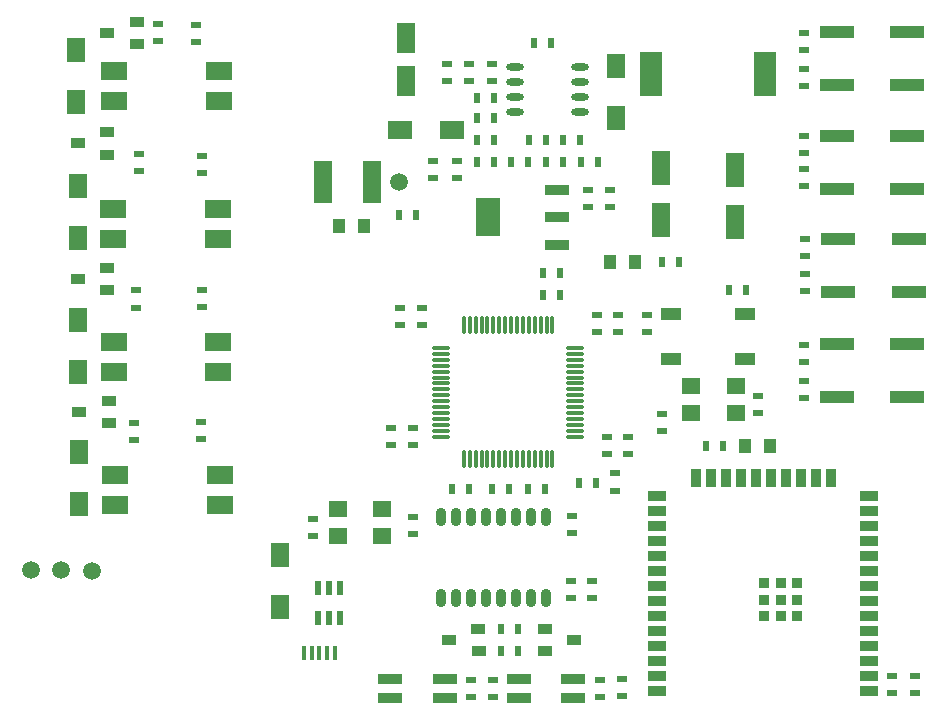
<source format=gtp>
G04*
G04 #@! TF.GenerationSoftware,Altium Limited,Altium Designer,23.6.0 (18)*
G04*
G04 Layer_Color=8421504*
%FSTAX44Y44*%
%MOMM*%
G71*
G04*
G04 #@! TF.SameCoordinates,7A204BF5-4CC6-4CC0-A9E4-A723DCFD74C1*
G04*
G04*
G04 #@! TF.FilePolarity,Positive*
G04*
G01*
G75*
%ADD20R,0.9000X0.9000*%
%ADD21R,0.9000X1.5000*%
%ADD22R,1.5000X0.9000*%
%ADD23R,2.2000X1.6000*%
%ADD24R,0.9000X0.5500*%
%ADD25R,1.2000X0.8500*%
%ADD26C,1.5000*%
%ADD27R,0.5500X0.9000*%
%ADD28R,1.6000X1.4000*%
%ADD29R,1.1000X1.2000*%
%ADD30R,1.6000X3.0000*%
%ADD31R,1.5500X2.1000*%
%ADD32R,3.0000X1.0000*%
%ADD33R,1.9000X3.8000*%
G04:AMPARAMS|DCode=34|XSize=1.21mm|YSize=0.59mm|CornerRadius=0.0738mm|HoleSize=0mm|Usage=FLASHONLY|Rotation=270.000|XOffset=0mm|YOffset=0mm|HoleType=Round|Shape=RoundedRectangle|*
%AMROUNDEDRECTD34*
21,1,1.2100,0.4425,0,0,270.0*
21,1,1.0625,0.5900,0,0,270.0*
1,1,0.1475,-0.2213,-0.5313*
1,1,0.1475,-0.2213,0.5313*
1,1,0.1475,0.2213,0.5313*
1,1,0.1475,0.2213,-0.5313*
%
%ADD34ROUNDEDRECTD34*%
%ADD35R,2.1500X3.2500*%
%ADD36R,2.1500X0.9000*%
%ADD37R,0.4500X1.3000*%
G04:AMPARAMS|DCode=38|XSize=1.49mm|YSize=0.28mm|CornerRadius=0.07mm|HoleSize=0mm|Usage=FLASHONLY|Rotation=270.000|XOffset=0mm|YOffset=0mm|HoleType=Round|Shape=RoundedRectangle|*
%AMROUNDEDRECTD38*
21,1,1.4900,0.1400,0,0,270.0*
21,1,1.3500,0.2800,0,0,270.0*
1,1,0.1400,-0.0700,-0.6750*
1,1,0.1400,-0.0700,0.6750*
1,1,0.1400,0.0700,0.6750*
1,1,0.1400,0.0700,-0.6750*
%
%ADD38ROUNDEDRECTD38*%
G04:AMPARAMS|DCode=39|XSize=1.49mm|YSize=0.28mm|CornerRadius=0.07mm|HoleSize=0mm|Usage=FLASHONLY|Rotation=180.000|XOffset=0mm|YOffset=0mm|HoleType=Round|Shape=RoundedRectangle|*
%AMROUNDEDRECTD39*
21,1,1.4900,0.1400,0,0,180.0*
21,1,1.3500,0.2800,0,0,180.0*
1,1,0.1400,-0.6750,0.0700*
1,1,0.1400,0.6750,0.0700*
1,1,0.1400,0.6750,-0.0700*
1,1,0.1400,-0.6750,-0.0700*
%
%ADD39ROUNDEDRECTD39*%
%ADD40R,1.7000X1.0000*%
%ADD41R,1.5240X3.5560*%
%ADD42R,2.1000X1.5500*%
%ADD43O,1.5000X0.6000*%
%ADD44R,1.6000X2.6000*%
%ADD45R,2.0000X0.9000*%
%ADD46O,0.9000X1.5500*%
D20*
X00856642Y00116586D02*
D03*
X00870642D02*
D03*
X00884642D02*
D03*
X00870642Y00102586D02*
D03*
X00856642D02*
D03*
Y00088586D02*
D03*
X00870642D02*
D03*
X00884642D02*
D03*
Y00102586D02*
D03*
D21*
X00823942Y00205486D02*
D03*
X00912842D02*
D03*
X00900142D02*
D03*
X00887442D02*
D03*
X00874742D02*
D03*
X00811242D02*
D03*
X00862042D02*
D03*
X00849342D02*
D03*
X00836642D02*
D03*
X00798542D02*
D03*
D22*
X00765642Y00190486D02*
D03*
Y00177786D02*
D03*
Y00165086D02*
D03*
Y00152386D02*
D03*
Y00139686D02*
D03*
Y00126986D02*
D03*
Y00114286D02*
D03*
Y00101586D02*
D03*
Y00088886D02*
D03*
Y00076186D02*
D03*
Y00063486D02*
D03*
Y00050786D02*
D03*
Y00038086D02*
D03*
Y00025386D02*
D03*
X00945642Y00190486D02*
D03*
Y00177786D02*
D03*
Y00165086D02*
D03*
Y00152386D02*
D03*
Y00139686D02*
D03*
Y00126986D02*
D03*
Y00114286D02*
D03*
Y00101586D02*
D03*
Y00088886D02*
D03*
Y00076186D02*
D03*
Y00063486D02*
D03*
Y00050786D02*
D03*
Y00038086D02*
D03*
Y00025386D02*
D03*
D23*
X00306898Y00183134D02*
D03*
X00395545D02*
D03*
X00306898Y00208534D02*
D03*
X00395545D02*
D03*
X00305943Y00524764D02*
D03*
X00305629Y00408178D02*
D03*
X00305816Y00295402D02*
D03*
X00394589Y00524764D02*
D03*
X00305943Y00550164D02*
D03*
X00394274Y00408178D02*
D03*
X00305629Y00433578D02*
D03*
X00394462Y00295402D02*
D03*
X00305816Y00320802D02*
D03*
X00394589Y00550164D02*
D03*
X00394274Y00433578D02*
D03*
X00394462Y00320802D02*
D03*
D24*
X00375666Y00589164D02*
D03*
Y00574664D02*
D03*
X0032512Y00364628D02*
D03*
Y00350128D02*
D03*
X00380746Y00350636D02*
D03*
Y00365136D02*
D03*
X00323342Y0023786D02*
D03*
Y0025236D02*
D03*
X00379476Y00253122D02*
D03*
Y00238622D02*
D03*
X0098425Y00023738D02*
D03*
Y00038238D02*
D03*
X009652Y00023992D02*
D03*
Y00038492D02*
D03*
X00725678Y00449464D02*
D03*
Y00434964D02*
D03*
X00707644D02*
D03*
Y00449464D02*
D03*
X00380492Y00463666D02*
D03*
Y00478166D02*
D03*
X00327152Y00480012D02*
D03*
Y00465512D02*
D03*
X00343154Y00589926D02*
D03*
Y00575426D02*
D03*
X00596138Y0047461D02*
D03*
Y0046011D02*
D03*
X0057658Y0047461D02*
D03*
Y0046011D02*
D03*
X00474472Y0015658D02*
D03*
Y0017108D02*
D03*
X00851662Y0027522D02*
D03*
Y0026072D02*
D03*
X00757174Y00329554D02*
D03*
Y00344054D02*
D03*
X0073279Y00329554D02*
D03*
Y00344054D02*
D03*
X00714756D02*
D03*
Y00329554D02*
D03*
X00566928Y0033565D02*
D03*
Y0035015D02*
D03*
X00548386Y0033565D02*
D03*
Y0035015D02*
D03*
X00559562Y00233404D02*
D03*
Y00247904D02*
D03*
X0054102Y00233404D02*
D03*
Y00247904D02*
D03*
X00559054Y00172604D02*
D03*
Y00158104D02*
D03*
X00736092Y00035698D02*
D03*
Y00021198D02*
D03*
X00717296Y0002069D02*
D03*
Y0003519D02*
D03*
X00626905Y00035052D02*
D03*
Y00020552D02*
D03*
X00608617Y00020436D02*
D03*
Y00034936D02*
D03*
X00693066Y00104002D02*
D03*
Y00118502D02*
D03*
X00710846Y00104002D02*
D03*
Y00118502D02*
D03*
X00730561Y00209688D02*
D03*
Y00195188D02*
D03*
X0074168Y00226176D02*
D03*
Y00240676D02*
D03*
X007239D02*
D03*
Y00226176D02*
D03*
X0076988Y00245226D02*
D03*
Y00259726D02*
D03*
X00889986Y00273734D02*
D03*
Y00288234D02*
D03*
Y00304214D02*
D03*
Y00318714D02*
D03*
X00891256Y00363904D02*
D03*
Y00378404D02*
D03*
X00891286Y00408316D02*
D03*
Y00393816D02*
D03*
X00889986Y00452804D02*
D03*
Y00467304D02*
D03*
Y00495244D02*
D03*
Y00480744D02*
D03*
Y00537894D02*
D03*
Y00552394D02*
D03*
Y00582874D02*
D03*
Y00568374D02*
D03*
X00694239Y00159374D02*
D03*
Y00173874D02*
D03*
X00606806Y00556144D02*
D03*
Y00541644D02*
D03*
X00587756Y00556144D02*
D03*
Y00541644D02*
D03*
X00625856Y00556144D02*
D03*
Y00541644D02*
D03*
D25*
X00325375Y00573024D02*
D03*
X00325321Y00591922D02*
D03*
X00300375Y00582524D02*
D03*
X00275536Y00489204D02*
D03*
X00300482Y00498602D02*
D03*
X00300536Y00479704D02*
D03*
X00301552Y00252374D02*
D03*
X00301498Y00271272D02*
D03*
X00276552Y00261874D02*
D03*
X00614734Y0005908D02*
D03*
X0061468Y00077978D02*
D03*
X00589734Y0006858D02*
D03*
X00275536Y00374396D02*
D03*
X00300482Y00383794D02*
D03*
X00300536Y00364896D02*
D03*
X0069576Y00068834D02*
D03*
X00670814Y00059436D02*
D03*
X0067076Y00078334D02*
D03*
D26*
X00261366Y00127762D02*
D03*
X0023622D02*
D03*
X00287274Y00127254D02*
D03*
X00547116Y00456184D02*
D03*
D27*
X00686424Y00492252D02*
D03*
X00700924D02*
D03*
X00613526Y00472948D02*
D03*
X00628026D02*
D03*
X00671714Y00492252D02*
D03*
X00657214D02*
D03*
X00613526Y00491744D02*
D03*
X00628026D02*
D03*
X00671946Y00472948D02*
D03*
X00686446D02*
D03*
X00701156D02*
D03*
X00715656D02*
D03*
X00784236Y00388366D02*
D03*
X00769736D02*
D03*
X00613526Y00510794D02*
D03*
X00628026D02*
D03*
X00661786Y00574294D02*
D03*
X00676286D02*
D03*
X00561478Y00428498D02*
D03*
X00546978D02*
D03*
X00841132Y00364744D02*
D03*
X00826632D02*
D03*
X00668898Y00360934D02*
D03*
X00683398D02*
D03*
X00668898Y0037973D02*
D03*
X00683398D02*
D03*
X00640356Y00196596D02*
D03*
X00625856D02*
D03*
X00656706Y0019685D02*
D03*
X00671206D02*
D03*
X0060669Y00196342D02*
D03*
X0059219D02*
D03*
X00633592Y00058928D02*
D03*
X00648092D02*
D03*
X00647838Y00077978D02*
D03*
X00633338D02*
D03*
X00821574Y00232918D02*
D03*
X00807074D02*
D03*
X00714386Y00201271D02*
D03*
X00699886D02*
D03*
X00656982Y00472948D02*
D03*
X00642482D02*
D03*
X00628026Y00527304D02*
D03*
X00613526D02*
D03*
D28*
X0053335Y00156648D02*
D03*
X0049535D02*
D03*
Y00179648D02*
D03*
X0053335D02*
D03*
X00794442Y0028344D02*
D03*
X00832442D02*
D03*
Y0026044D02*
D03*
X00794442D02*
D03*
D29*
X00746846Y00388366D02*
D03*
X00725846D02*
D03*
X00517738Y00418846D02*
D03*
X00496738D02*
D03*
X00861654Y00232918D02*
D03*
X00840654D02*
D03*
D30*
X00831596Y00422754D02*
D03*
Y00466754D02*
D03*
X00769366Y00468024D02*
D03*
Y00424024D02*
D03*
D31*
X0044704Y00096618D02*
D03*
Y00140618D02*
D03*
X00731266Y00554384D02*
D03*
Y00510384D02*
D03*
X00274066Y00568354D02*
D03*
Y00524354D02*
D03*
X00275336Y00452784D02*
D03*
Y00408784D02*
D03*
Y00339754D02*
D03*
Y00295754D02*
D03*
X00276606Y00227994D02*
D03*
Y00183994D02*
D03*
D32*
X00977926Y00319634D02*
D03*
Y00274634D02*
D03*
X00917926Y00319634D02*
D03*
Y00274634D02*
D03*
X00979196Y00408534D02*
D03*
Y00363534D02*
D03*
X00919196Y00408534D02*
D03*
Y00363534D02*
D03*
X00917926Y00450614D02*
D03*
Y00495614D02*
D03*
X00977926Y00450614D02*
D03*
Y00495614D02*
D03*
X00917926Y00538244D02*
D03*
Y00583244D02*
D03*
X00977926Y00538244D02*
D03*
Y00583244D02*
D03*
D33*
X00760996Y00547624D02*
D03*
X00856996D02*
D03*
D34*
X00497434Y00087272D02*
D03*
X00487934D02*
D03*
X00478434D02*
D03*
Y00112372D02*
D03*
X00487934D02*
D03*
X00497434D02*
D03*
D35*
X00622972Y00426394D02*
D03*
D36*
X00681572Y00449294D02*
D03*
Y00426394D02*
D03*
Y00403493D02*
D03*
D37*
X00486452Y0005749D02*
D03*
X00479952D02*
D03*
X00473452D02*
D03*
X00492952D02*
D03*
X00466952D02*
D03*
D38*
X00662326Y00335084D02*
D03*
X00657326D02*
D03*
X00652326D02*
D03*
X00647326D02*
D03*
X00677326Y00221684D02*
D03*
X00672326D02*
D03*
X00667326D02*
D03*
X00662326D02*
D03*
X00657326D02*
D03*
X00652326D02*
D03*
X00647326D02*
D03*
X00642326D02*
D03*
X00637326D02*
D03*
X00632326D02*
D03*
X00627326D02*
D03*
X00622326D02*
D03*
X00617326D02*
D03*
X00612326D02*
D03*
X00607326D02*
D03*
X00602326D02*
D03*
Y00335084D02*
D03*
X00607326D02*
D03*
X00612326D02*
D03*
X00617326D02*
D03*
X00622326D02*
D03*
X00627326D02*
D03*
X00632326D02*
D03*
X00637326D02*
D03*
X00642326D02*
D03*
X00667326D02*
D03*
X00672326D02*
D03*
X00677326D02*
D03*
D39*
X00583126Y00240884D02*
D03*
Y00245884D02*
D03*
Y00250884D02*
D03*
Y00255884D02*
D03*
Y00260884D02*
D03*
Y00265884D02*
D03*
Y00270884D02*
D03*
Y00275884D02*
D03*
Y00280884D02*
D03*
Y00285884D02*
D03*
Y00290884D02*
D03*
Y00295884D02*
D03*
Y00300884D02*
D03*
Y00305884D02*
D03*
Y00310884D02*
D03*
Y00315884D02*
D03*
X00696526D02*
D03*
Y00310884D02*
D03*
Y00305884D02*
D03*
Y00300884D02*
D03*
Y00295884D02*
D03*
Y00290884D02*
D03*
Y00285884D02*
D03*
Y00280884D02*
D03*
Y00275884D02*
D03*
Y00270884D02*
D03*
Y00265884D02*
D03*
Y00260884D02*
D03*
Y00255884D02*
D03*
Y00250884D02*
D03*
Y00245884D02*
D03*
Y00240884D02*
D03*
D40*
X00777744Y00344374D02*
D03*
X00840744D02*
D03*
Y00306374D02*
D03*
X00777744D02*
D03*
D41*
X0048275Y00456184D02*
D03*
X00524764D02*
D03*
D42*
X00591976Y00500634D02*
D03*
X00547976D02*
D03*
D43*
X00700346Y00515874D02*
D03*
Y00528574D02*
D03*
Y00541274D02*
D03*
Y00553974D02*
D03*
X00645346Y00515874D02*
D03*
Y00528574D02*
D03*
Y00541274D02*
D03*
Y00553974D02*
D03*
D44*
X00553466Y00578324D02*
D03*
Y00542324D02*
D03*
D45*
X00649084Y0001994D02*
D03*
X00695084D02*
D03*
X00649084Y0003594D02*
D03*
X00695084D02*
D03*
X00586151D02*
D03*
X00540151D02*
D03*
X00586151Y0001994D02*
D03*
X00540151D02*
D03*
D46*
X00582676Y00104434D02*
D03*
X00595376D02*
D03*
X00608076D02*
D03*
X00620776D02*
D03*
X00633476D02*
D03*
X00646176D02*
D03*
X00658876D02*
D03*
X00671576D02*
D03*
X00582676Y00172934D02*
D03*
X00595376D02*
D03*
X00608076D02*
D03*
X00620776D02*
D03*
X00633476D02*
D03*
X00646176D02*
D03*
X00658876D02*
D03*
X00671576D02*
D03*
M02*

</source>
